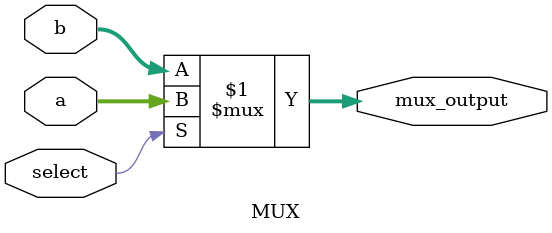
<source format=v>

module MUX (
    input select,
    input [31:0] a, b,
    output [31:0] mux_output
);

    assign mux_output = select ? a : b;

endmodule

</source>
